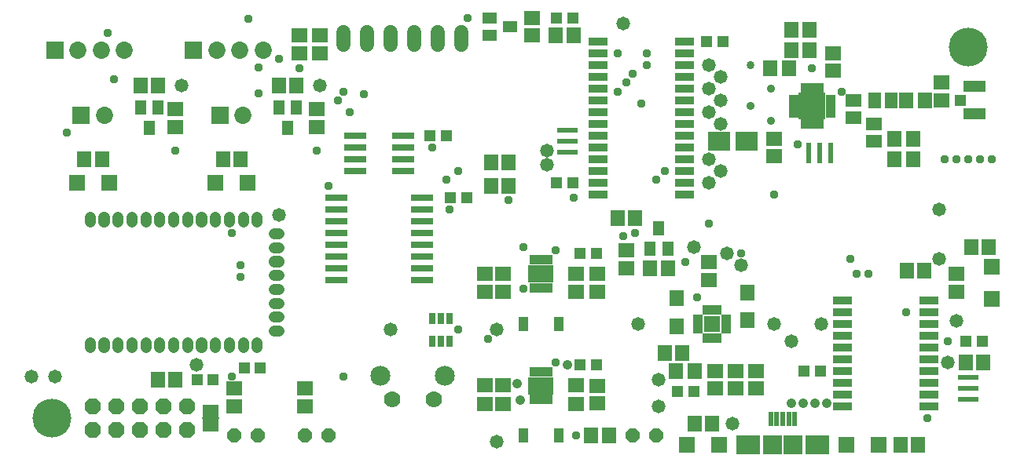
<source format=gbr>
G04 EAGLE Gerber RS-274X export*
G75*
%MOMM*%
%FSLAX34Y34*%
%LPD*%
%AMOC8*
5,1,8,0,0,1.08239X$1,22.5*%
G01*
%ADD10C,4.191000*%
%ADD11R,1.253200X1.283200*%
%ADD12R,1.503200X1.803200*%
%ADD13R,1.803200X1.503200*%
%ADD14R,2.353200X2.003200*%
%ADD15R,1.603200X1.803200*%
%ADD16R,1.603200X1.203200*%
%ADD17P,1.869504X8X22.500000*%
%ADD18R,2.403200X0.803200*%
%ADD19R,2.203200X0.603200*%
%ADD20R,0.753200X1.253200*%
%ADD21R,0.503200X1.053200*%
%ADD22R,2.703200X1.953200*%
%ADD23R,1.003200X0.503200*%
%ADD24R,0.503200X1.003200*%
%ADD25R,1.753200X1.753200*%
%ADD26R,1.053200X0.503200*%
%ADD27R,2.903200X2.903200*%
%ADD28R,2.053200X0.853200*%
%ADD29R,0.603200X2.203200*%
%ADD30C,1.524000*%
%ADD31R,0.603200X1.603200*%
%ADD32R,2.503200X2.103200*%
%ADD33R,2.053200X2.103200*%
%ADD34R,1.253200X1.203200*%
%ADD35R,2.403200X1.253200*%
%ADD36R,1.853200X1.853200*%
%ADD37C,1.853200*%
%ADD38R,1.103200X1.503200*%
%ADD39R,1.353200X1.653200*%
%ADD40R,1.653200X1.353200*%
%ADD41P,1.649562X8X22.500000*%
%ADD42R,1.703200X1.703200*%
%ADD43R,1.203200X1.603200*%
%ADD44R,1.703200X1.503200*%
%ADD45R,1.503200X1.703200*%
%ADD46R,1.803400X1.371600*%
%ADD47R,1.828800X0.152400*%
%ADD48C,1.473200*%
%ADD49C,1.191166*%
%ADD50C,1.778200*%
%ADD51C,2.153200*%
%ADD52C,0.959600*%
%ADD53C,1.059600*%
%ADD54C,0.909600*%
%ADD55C,0.859600*%


D10*
X1038225Y450850D03*
X50800Y50800D03*
D11*
X257950Y104775D03*
X275450Y104775D03*
D12*
X867250Y469900D03*
X847250Y469900D03*
X845025Y428625D03*
X825025Y428625D03*
X958375Y352425D03*
X978375Y352425D03*
X958375Y330200D03*
X978375Y330200D03*
X971075Y393700D03*
X991075Y393700D03*
D13*
X1009650Y393225D03*
X1009650Y413225D03*
D11*
X457975Y355600D03*
X475475Y355600D03*
D13*
X517525Y186850D03*
X517525Y206850D03*
D11*
X612000Y304800D03*
X594500Y304800D03*
X207150Y92075D03*
X224650Y92075D03*
X756425Y457200D03*
X773925Y457200D03*
X594500Y482600D03*
X612000Y482600D03*
D14*
X769475Y349250D03*
X798975Y349250D03*
D12*
X743425Y101600D03*
X723425Y101600D03*
D11*
X878700Y101600D03*
X861200Y101600D03*
X1035825Y133350D03*
X1053325Y133350D03*
X637400Y107950D03*
X619900Y107950D03*
D13*
X517525Y66200D03*
X517525Y86200D03*
X536575Y66200D03*
X536575Y86200D03*
D11*
X480200Y288925D03*
X497700Y288925D03*
D15*
X800100Y156450D03*
X800100Y186450D03*
X723900Y150100D03*
X723900Y180100D03*
D11*
X742175Y79375D03*
X724675Y79375D03*
X637400Y228600D03*
X619900Y228600D03*
D13*
X536575Y186850D03*
X536575Y206850D03*
D12*
X867250Y447675D03*
X847250Y447675D03*
D16*
X544400Y473075D03*
X522400Y463575D03*
X522400Y482575D03*
D17*
X95250Y38100D03*
X120650Y38100D03*
X146050Y38100D03*
X171450Y38100D03*
X196850Y38100D03*
X95250Y63500D03*
X120650Y63500D03*
X146050Y63500D03*
X171450Y63500D03*
X196850Y63500D03*
D18*
X357225Y276225D03*
X449225Y250825D03*
X357225Y288925D03*
X357225Y263525D03*
X357225Y250825D03*
X449225Y263525D03*
X449225Y238125D03*
X449225Y225425D03*
X357225Y225425D03*
X449225Y200025D03*
X357225Y238125D03*
X357225Y212725D03*
X449225Y212725D03*
X357225Y200025D03*
X449225Y276225D03*
X449225Y288925D03*
D19*
X606425Y361250D03*
X606425Y349250D03*
X606425Y337250D03*
D20*
X460400Y133550D03*
X469900Y133550D03*
X479400Y133550D03*
X479400Y158550D03*
X469900Y158550D03*
X460400Y158550D03*
D18*
X377225Y342900D03*
X429225Y342900D03*
X377225Y355600D03*
X377225Y330200D03*
X377225Y317500D03*
X429225Y355600D03*
X429225Y330200D03*
X429225Y317500D03*
D21*
X567850Y70725D03*
X572850Y70725D03*
X577850Y70725D03*
X582850Y70725D03*
X587850Y70725D03*
X587850Y100725D03*
X582850Y100725D03*
X577850Y100725D03*
X572850Y100725D03*
X567850Y100725D03*
D22*
X577850Y85725D03*
D23*
X777000Y144900D03*
X777000Y149900D03*
X777000Y154900D03*
X777000Y159900D03*
D24*
X769500Y167400D03*
X764500Y167400D03*
X759500Y167400D03*
X754500Y167400D03*
D23*
X747000Y159900D03*
X747000Y154900D03*
X747000Y149900D03*
X747000Y144900D03*
D24*
X754500Y137400D03*
X759500Y137400D03*
X764500Y137400D03*
X769500Y137400D03*
D25*
X762000Y152400D03*
D21*
X567850Y191375D03*
X572850Y191375D03*
X577850Y191375D03*
X582850Y191375D03*
X587850Y191375D03*
X587850Y221375D03*
X582850Y221375D03*
X577850Y221375D03*
X572850Y221375D03*
X567850Y221375D03*
D22*
X577850Y206375D03*
D26*
X850450Y397350D03*
X850450Y392350D03*
X850450Y387350D03*
X850450Y382350D03*
X850450Y377350D03*
D21*
X859950Y367850D03*
X864950Y367850D03*
X869950Y367850D03*
X874950Y367850D03*
X879950Y367850D03*
D26*
X889450Y377350D03*
X889450Y382350D03*
X889450Y387350D03*
X889450Y392350D03*
X889450Y397350D03*
D21*
X879950Y406850D03*
X874950Y406850D03*
X869950Y406850D03*
X864950Y406850D03*
X859950Y406850D03*
D27*
X869950Y387350D03*
D28*
X639050Y457200D03*
X639050Y444500D03*
X639050Y431800D03*
X639050Y419100D03*
X639050Y406400D03*
X639050Y393700D03*
X639050Y381000D03*
X639050Y368300D03*
X639050Y355600D03*
X639050Y342900D03*
X639050Y330200D03*
X639050Y317500D03*
X639050Y304800D03*
X639050Y292100D03*
X732550Y292100D03*
X732550Y304800D03*
X732550Y317500D03*
X732550Y330200D03*
X732550Y342900D03*
X732550Y355600D03*
X732550Y368300D03*
X732550Y381000D03*
X732550Y393700D03*
X732550Y406400D03*
X732550Y419100D03*
X732550Y431800D03*
X732550Y444500D03*
X732550Y457200D03*
X996075Y63500D03*
X996075Y76200D03*
X996075Y88900D03*
X996075Y101600D03*
X996075Y114300D03*
X996075Y127000D03*
X996075Y139700D03*
X996075Y152400D03*
X996075Y165100D03*
X996075Y177800D03*
X902575Y177800D03*
X902575Y165100D03*
X902575Y152400D03*
X902575Y139700D03*
X902575Y127000D03*
X902575Y114300D03*
X902575Y101600D03*
X902575Y88900D03*
X902575Y76200D03*
X902575Y63500D03*
D19*
X1038225Y70550D03*
X1038225Y82550D03*
X1038225Y94550D03*
D29*
X865888Y336550D03*
X877888Y336550D03*
X889888Y336550D03*
D30*
X365125Y453771D02*
X365125Y466979D01*
X390525Y466979D02*
X390525Y453771D01*
X415925Y453771D02*
X415925Y466979D01*
X441325Y466979D02*
X441325Y453771D01*
X466725Y453771D02*
X466725Y466979D01*
X492125Y466979D02*
X492125Y453771D01*
D31*
X825100Y50000D03*
X831600Y50000D03*
X838100Y50000D03*
X844600Y50000D03*
X851100Y50000D03*
D32*
X875600Y21500D03*
X800600Y21500D03*
D33*
X849350Y21500D03*
X826850Y21500D03*
D34*
X1029325Y393700D03*
D35*
X1044575Y408450D03*
X1044575Y378950D03*
D36*
X231775Y377825D03*
D37*
X256775Y377825D03*
D36*
X203200Y447675D03*
D37*
X228200Y447675D03*
X253200Y447675D03*
X278200Y447675D03*
D36*
X82550Y377825D03*
D37*
X107550Y377825D03*
D36*
X53975Y447675D03*
D37*
X78975Y447675D03*
X103975Y447675D03*
X128975Y447675D03*
D38*
X596850Y152400D03*
X558850Y152400D03*
D39*
X937150Y393700D03*
X955150Y393700D03*
D40*
X914400Y393175D03*
X914400Y375175D03*
X936625Y367775D03*
X936625Y349775D03*
D38*
X596850Y31750D03*
X558850Y31750D03*
D41*
X323850Y31750D03*
X349250Y31750D03*
X676275Y31750D03*
X701675Y31750D03*
D42*
X226975Y304800D03*
X261975Y304800D03*
X941425Y22225D03*
X906425Y22225D03*
X734975Y22225D03*
X769975Y22225D03*
X77750Y304800D03*
X112750Y304800D03*
X1063625Y214350D03*
X1063625Y179350D03*
D41*
X247650Y31750D03*
X273050Y31750D03*
D43*
X304800Y363650D03*
X295300Y385650D03*
X314300Y385650D03*
X155575Y363650D03*
X146075Y385650D03*
X165075Y385650D03*
D44*
X1025525Y187350D03*
X1025525Y206350D03*
D45*
X971575Y209550D03*
X990575Y209550D03*
D44*
X892175Y425475D03*
X892175Y444475D03*
X809625Y82575D03*
X809625Y101575D03*
D45*
X711225Y120650D03*
X730225Y120650D03*
D44*
X787400Y82575D03*
X787400Y101575D03*
D45*
X165125Y92075D03*
X184125Y92075D03*
X631850Y31750D03*
X650850Y31750D03*
D44*
X765175Y82575D03*
X765175Y101575D03*
D45*
X1054075Y111125D03*
X1035075Y111125D03*
D13*
X669925Y212750D03*
X669925Y231750D03*
D12*
X714350Y212725D03*
X695350Y212725D03*
X679425Y266700D03*
X660425Y266700D03*
D44*
X323850Y82525D03*
X323850Y63525D03*
X828675Y352400D03*
X828675Y333400D03*
X336550Y365150D03*
X336550Y384150D03*
D45*
X314300Y409575D03*
X295300Y409575D03*
X253975Y330200D03*
X234975Y330200D03*
D12*
X593750Y463550D03*
X612750Y463550D03*
D13*
X568325Y463575D03*
X568325Y482575D03*
D45*
X984225Y22225D03*
X965225Y22225D03*
D44*
X184150Y365150D03*
X184150Y384150D03*
D45*
X761975Y44450D03*
X742975Y44450D03*
X1041425Y234950D03*
X1060425Y234950D03*
X523900Y301625D03*
X542900Y301625D03*
X523900Y327025D03*
X542900Y327025D03*
D44*
X247650Y82525D03*
X247650Y63525D03*
D45*
X165075Y409575D03*
X146075Y409575D03*
X104750Y330200D03*
X85750Y330200D03*
D44*
X638175Y206350D03*
X638175Y187350D03*
D13*
X638175Y85700D03*
X638175Y66700D03*
D46*
X222250Y58420D03*
X222250Y43180D03*
D47*
X222250Y50800D03*
D43*
X704850Y255475D03*
X714350Y233475D03*
X695350Y233475D03*
D48*
X1006475Y276225D03*
X704850Y63500D03*
X742950Y234950D03*
X530225Y146050D03*
X704850Y92075D03*
X879475Y152400D03*
X1006475Y222250D03*
X771525Y419100D03*
X339725Y409575D03*
X847725Y133350D03*
X784225Y44450D03*
X828675Y152400D03*
X1016000Y111125D03*
X584200Y323850D03*
X584200Y339725D03*
X758825Y431800D03*
X771525Y393700D03*
X771525Y368300D03*
X758825Y406400D03*
X758825Y381000D03*
X758825Y330200D03*
X682625Y152400D03*
X771525Y317500D03*
X758825Y304800D03*
X295275Y269875D03*
X28575Y95250D03*
X53975Y95250D03*
X190500Y409575D03*
X415925Y146050D03*
X530225Y25400D03*
X793750Y215900D03*
X777875Y228600D03*
X1025525Y155575D03*
X206375Y107950D03*
D49*
X92135Y126590D02*
X92135Y131710D01*
X92135Y126590D02*
X92015Y126590D01*
X92015Y131710D01*
X92135Y131710D01*
X107135Y131710D02*
X107135Y126590D01*
X107015Y126590D01*
X107015Y131710D01*
X107135Y131710D01*
X122135Y131710D02*
X122135Y126590D01*
X122015Y126590D01*
X122015Y131710D01*
X122135Y131710D01*
X137135Y131710D02*
X137135Y126590D01*
X137015Y126590D01*
X137015Y131710D01*
X137135Y131710D01*
X152135Y131710D02*
X152135Y126590D01*
X152015Y126590D01*
X152015Y131710D01*
X152135Y131710D01*
X167135Y131710D02*
X167135Y126590D01*
X167015Y126590D01*
X167015Y131710D01*
X167135Y131710D01*
X182135Y131710D02*
X182135Y126590D01*
X182015Y126590D01*
X182015Y131710D01*
X182135Y131710D01*
X197135Y131710D02*
X197135Y126590D01*
X197015Y126590D01*
X197015Y131710D01*
X197135Y131710D01*
X212135Y131710D02*
X212135Y126590D01*
X212015Y126590D01*
X212015Y131710D01*
X212135Y131710D01*
X227135Y131710D02*
X227135Y126590D01*
X227015Y126590D01*
X227015Y131710D01*
X227135Y131710D01*
X242135Y131710D02*
X242135Y126590D01*
X242015Y126590D01*
X242015Y131710D01*
X242135Y131710D01*
X257135Y131710D02*
X257135Y126590D01*
X257015Y126590D01*
X257015Y131710D01*
X257135Y131710D01*
X272135Y131710D02*
X272135Y126590D01*
X272015Y126590D01*
X272015Y131710D01*
X272135Y131710D01*
X290215Y144610D02*
X295335Y144610D01*
X295335Y144490D01*
X290215Y144490D01*
X290215Y144610D01*
X290215Y159610D02*
X295335Y159610D01*
X295335Y159490D01*
X290215Y159490D01*
X290215Y159610D01*
X290215Y174610D02*
X295335Y174610D01*
X295335Y174490D01*
X290215Y174490D01*
X290215Y174610D01*
X290215Y189610D02*
X295335Y189610D01*
X295335Y189490D01*
X290215Y189490D01*
X290215Y189610D01*
X290215Y204610D02*
X295335Y204610D01*
X295335Y204490D01*
X290215Y204490D01*
X290215Y204610D01*
X290215Y219610D02*
X295335Y219610D01*
X295335Y219490D01*
X290215Y219490D01*
X290215Y219610D01*
X290215Y234610D02*
X295335Y234610D01*
X295335Y234490D01*
X290215Y234490D01*
X290215Y234610D01*
X290215Y249610D02*
X295335Y249610D01*
X295335Y249490D01*
X290215Y249490D01*
X290215Y249610D01*
X272015Y261990D02*
X272015Y267110D01*
X272135Y267110D01*
X272135Y261990D01*
X272015Y261990D01*
X257015Y261990D02*
X257015Y267110D01*
X257135Y267110D01*
X257135Y261990D01*
X257015Y261990D01*
X242015Y261990D02*
X242015Y267110D01*
X242135Y267110D01*
X242135Y261990D01*
X242015Y261990D01*
X227015Y261990D02*
X227015Y267110D01*
X227135Y267110D01*
X227135Y261990D01*
X227015Y261990D01*
X212015Y261990D02*
X212015Y267110D01*
X212135Y267110D01*
X212135Y261990D01*
X212015Y261990D01*
X197015Y261990D02*
X197015Y267110D01*
X197135Y267110D01*
X197135Y261990D01*
X197015Y261990D01*
X182015Y261990D02*
X182015Y267110D01*
X182135Y267110D01*
X182135Y261990D01*
X182015Y261990D01*
X167015Y261990D02*
X167015Y267110D01*
X167135Y267110D01*
X167135Y261990D01*
X167015Y261990D01*
X152015Y261990D02*
X152015Y267110D01*
X152135Y267110D01*
X152135Y261990D01*
X152015Y261990D01*
X137015Y261990D02*
X137015Y267110D01*
X137135Y267110D01*
X137135Y261990D01*
X137015Y261990D01*
X122015Y261990D02*
X122015Y267110D01*
X122135Y267110D01*
X122135Y261990D01*
X122015Y261990D01*
X107015Y261990D02*
X107015Y267110D01*
X107135Y267110D01*
X107135Y261990D01*
X107015Y261990D01*
X92015Y261990D02*
X92015Y267110D01*
X92135Y267110D01*
X92135Y261990D01*
X92015Y261990D01*
D13*
X615950Y186850D03*
X615950Y206850D03*
X615950Y66200D03*
X615950Y86200D03*
D50*
X462000Y71075D03*
X417000Y71075D03*
D51*
X474500Y96075D03*
X404500Y96075D03*
D44*
X758825Y219050D03*
X758825Y200050D03*
D48*
X666750Y476250D03*
D44*
X317500Y444525D03*
X317500Y463525D03*
X339725Y444525D03*
X339725Y463525D03*
D52*
X762000Y152400D03*
D53*
X869950Y387350D03*
X847725Y66675D03*
X860425Y66675D03*
X873125Y66675D03*
X885825Y66675D03*
X800100Y22225D03*
X876300Y22225D03*
X606425Y107950D03*
X571500Y85725D03*
X584200Y85725D03*
X571500Y206375D03*
X584200Y206375D03*
D52*
X498475Y482600D03*
X901700Y403225D03*
X869950Y428625D03*
X854075Y346075D03*
X222250Y58420D03*
X615950Y31750D03*
X520700Y136525D03*
X558800Y234950D03*
X558800Y190500D03*
X542900Y285775D03*
X612775Y288925D03*
X758825Y260350D03*
X828675Y292100D03*
X828675Y333400D03*
X479425Y276225D03*
X460375Y342900D03*
X365125Y95250D03*
X660400Y444500D03*
X387350Y400276D03*
X111125Y466725D03*
X262400Y481475D03*
X117475Y416151D03*
X66675Y358775D03*
X930275Y206375D03*
X593750Y463550D03*
X371475Y381000D03*
X254000Y203200D03*
X358775Y393700D03*
X254000Y215900D03*
X692150Y431800D03*
X910999Y222250D03*
X692150Y444500D03*
X917575Y206375D03*
D54*
X825500Y371475D03*
X825500Y406400D03*
D55*
X803275Y431800D03*
D54*
X803275Y387350D03*
D52*
X711200Y317500D03*
X488950Y317500D03*
X701675Y307975D03*
X476250Y307975D03*
X685800Y390525D03*
X365125Y403225D03*
X676275Y422275D03*
X660400Y403225D03*
X317500Y428625D03*
X669699Y412750D03*
X733425Y219075D03*
X971550Y165100D03*
X1054075Y111125D03*
X993775Y50800D03*
X1016000Y133350D03*
X769975Y22225D03*
X244475Y250825D03*
X244475Y95250D03*
X666750Y247424D03*
X777875Y228600D03*
X679450Y250825D03*
X793750Y228826D03*
X336550Y339725D03*
X184150Y339725D03*
X1063625Y330200D03*
X1012825Y330200D03*
X1038225Y330200D03*
X1025525Y330200D03*
X1050925Y330200D03*
X746125Y180975D03*
X488950Y146050D03*
X593725Y111125D03*
X593725Y231775D03*
X349250Y301625D03*
D53*
X552450Y88174D03*
X555625Y69850D03*
D52*
X273835Y400835D03*
X295275Y438150D03*
X273835Y429410D03*
M02*

</source>
